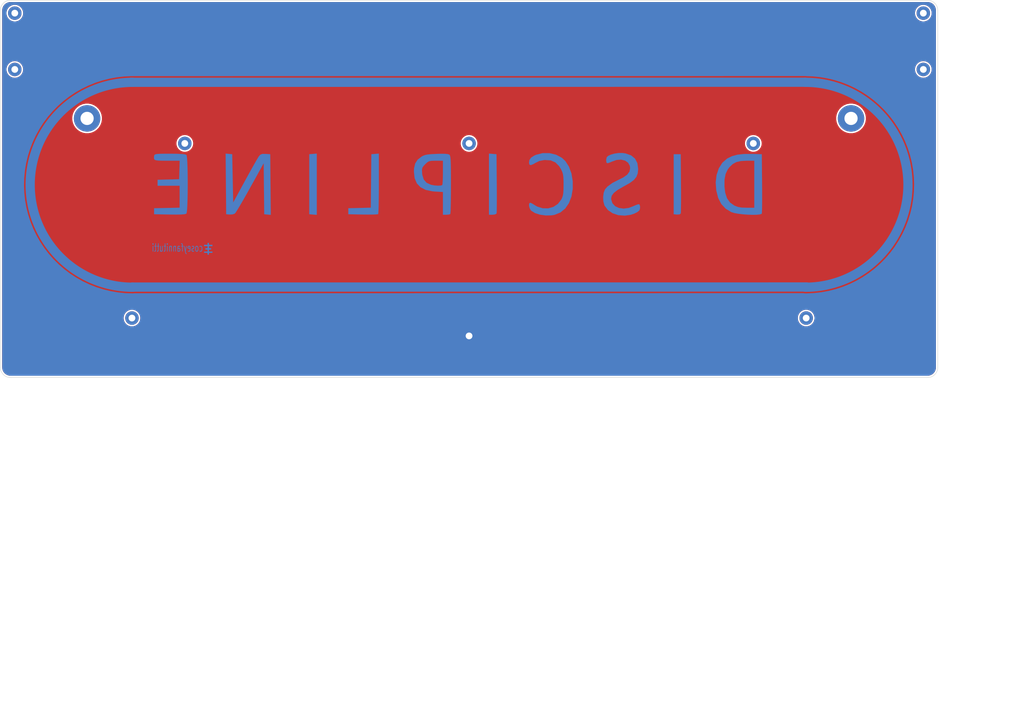
<source format=kicad_pcb>
(kicad_pcb (version 20171130) (host pcbnew "(5.1.4)-1")

  (general
    (thickness 1.6)
    (drawings 13)
    (tracks 0)
    (zones 0)
    (modules 15)
    (nets 2)
  )

  (page A3)
  (layers
    (0 F.Cu signal)
    (31 B.Cu signal)
    (32 B.Adhes user)
    (33 F.Adhes user)
    (34 B.Paste user)
    (35 F.Paste user)
    (36 B.SilkS user)
    (37 F.SilkS user)
    (38 B.Mask user)
    (39 F.Mask user)
    (40 Dwgs.User user)
    (41 Cmts.User user)
    (42 Eco1.User user)
    (43 Eco2.User user)
    (44 Edge.Cuts user)
    (45 Margin user)
    (46 B.CrtYd user)
    (47 F.CrtYd user)
    (48 B.Fab user hide)
    (49 F.Fab user hide)
  )

  (setup
    (last_trace_width 0.25)
    (trace_clearance 0.2)
    (zone_clearance 0.508)
    (zone_45_only no)
    (trace_min 0.2)
    (via_size 0.8)
    (via_drill 0.4)
    (via_min_size 0.4)
    (via_min_drill 0.3)
    (uvia_size 0.3)
    (uvia_drill 0.1)
    (uvias_allowed no)
    (uvia_min_size 0.2)
    (uvia_min_drill 0.1)
    (edge_width 0.15)
    (segment_width 0.2)
    (pcb_text_width 0.3)
    (pcb_text_size 1.5 1.5)
    (mod_edge_width 0.15)
    (mod_text_size 1 1)
    (mod_text_width 0.15)
    (pad_size 1.8 1.8)
    (pad_drill 0.9)
    (pad_to_mask_clearance 0.051)
    (solder_mask_min_width 0.25)
    (aux_axis_origin 0 0)
    (visible_elements 7FFFF7FF)
    (pcbplotparams
      (layerselection 0x010fc_ffffffff)
      (usegerberextensions false)
      (usegerberattributes false)
      (usegerberadvancedattributes false)
      (creategerberjobfile false)
      (excludeedgelayer true)
      (linewidth 0.100000)
      (plotframeref false)
      (viasonmask false)
      (mode 1)
      (useauxorigin false)
      (hpglpennumber 1)
      (hpglpenspeed 20)
      (hpglpendiameter 15.000000)
      (psnegative false)
      (psa4output false)
      (plotreference true)
      (plotvalue true)
      (plotinvisibletext false)
      (padsonsilk false)
      (subtractmaskfromsilk false)
      (outputformat 1)
      (mirror false)
      (drillshape 0)
      (scaleselection 1)
      (outputdirectory "../bcopping_bottom_gerber/"))
  )

  (net 0 "")
  (net 1 GND)

  (net_class Default "This is the default net class."
    (clearance 0.2)
    (trace_width 0.25)
    (via_dia 0.8)
    (via_drill 0.4)
    (uvia_dia 0.3)
    (uvia_drill 0.1)
    (add_net GND)
  )

  (module MountingHole:MountingHole_4.3mm_M4_Pad (layer F.Cu) (tedit 5D2BFD56) (tstamp 5D2C0033)
    (at 337.229903 91.409552)
    (descr "Mounting Hole 4.3mm, M4")
    (tags "mounting hole 4.3mm m4")
    (attr virtual)
    (fp_text reference REF** (at 0 -5.3) (layer Cmts.User)
      (effects (font (size 1 1) (thickness 0.15)))
    )
    (fp_text value MountingHole_4.3mm_M4_Pad (at 0 5.3) (layer F.Fab)
      (effects (font (size 1 1) (thickness 0.15)))
    )
    (fp_text user %R (at 0.3 0) (layer F.Fab)
      (effects (font (size 1 1) (thickness 0.15)))
    )
    (fp_circle (center 0 0) (end 4.3 0) (layer Cmts.User) (width 0.15))
    (fp_circle (center 0 0) (end 4.55 0) (layer F.CrtYd) (width 0.05))
    (pad 1 thru_hole circle (at 0 0) (size 8.6 8.6) (drill 4.3) (layers *.Cu *.Mask))
  )

  (module logos:DISCIPLINE_LARGE_COPPER (layer B.Cu) (tedit 5D1D5A92) (tstamp 5D1DEACF)
    (at 209.374879 112.669622 180)
    (fp_text reference G*** (at 0 0 180) (layer B.SilkS) hide
      (effects (font (size 1.524 1.524) (thickness 0.3)) (justify mirror))
    )
    (fp_text value LOGO (at 0.75 0 180) (layer B.SilkS) hide
      (effects (font (size 1.524 1.524) (thickness 0.3)) (justify mirror))
    )
    (fp_poly (pts (xy -50.95736 9.815372) (xy -49.729807 9.474783) (xy -48.807294 9.03334) (xy -48.386112 8.586122)
      (xy -48.207906 7.744564) (xy -48.275562 7.00813) (xy -48.472349 6.705408) (xy -48.90782 6.735629)
      (xy -49.67271 7.015071) (xy -50.006587 7.174651) (xy -51.581829 7.73969) (xy -53.068843 7.84629)
      (xy -54.358847 7.532994) (xy -55.343055 6.838348) (xy -55.912683 5.800895) (xy -56.010256 5.047436)
      (xy -55.776965 3.922045) (xy -55.040141 2.932977) (xy -53.74436 2.022313) (xy -52.553264 1.434871)
      (xy -50.286945 0.278407) (xy -48.657955 -0.903281) (xy -47.826408 -1.851626) (xy -47.405505 -2.928694)
      (xy -47.228894 -4.334429) (xy -47.303491 -5.791015) (xy -47.636214 -7.020636) (xy -47.694714 -7.141485)
      (xy -48.785643 -8.57355) (xy -50.317636 -9.617074) (xy -52.18297 -10.234241) (xy -54.273927 -10.38723)
      (xy -56.173077 -10.118086) (xy -57.335977 -9.733832) (xy -58.354837 -9.220129) (xy -58.991176 -8.699046)
      (xy -59.017449 -8.662148) (xy -59.229994 -8.009039) (xy -59.223793 -7.249836) (xy -59.008306 -6.724204)
      (xy -58.962482 -6.688903) (xy -58.51698 -6.715984) (xy -57.735008 -6.999255) (xy -57.299177 -7.20932)
      (xy -55.561938 -7.878519) (xy -53.889749 -8.097646) (xy -52.382191 -7.899456) (xy -51.138843 -7.316699)
      (xy -50.259286 -6.38213) (xy -49.843099 -5.128499) (xy -49.823077 -4.750388) (xy -50.037398 -3.860573)
      (xy -50.715494 -2.971159) (xy -51.910064 -2.033112) (xy -53.673804 -0.997396) (xy -54.092334 -0.777912)
      (xy -55.926999 0.257165) (xy -57.214713 1.224379) (xy -58.037351 2.22543) (xy -58.476784 3.362015)
      (xy -58.614886 4.735831) (xy -58.615384 4.840361) (xy -58.3593 6.706866) (xy -57.594719 8.167745)
      (xy -56.327149 9.217333) (xy -54.562098 9.849965) (xy -53.601982 9.997625) (xy -52.308553 10.006016)
      (xy -50.95736 9.815372)) (layer B.Cu) (width 0.01))
    (fp_poly (pts (xy -27.519953 9.956917) (xy -25.396835 9.416707) (xy -24.811152 9.1498) (xy -23.768591 8.476872)
      (xy -23.247232 7.716106) (xy -23.120512 6.831046) (xy -23.269853 6.199229) (xy -23.746219 6.061398)
      (xy -24.592129 6.415293) (xy -25.092401 6.726233) (xy -26.470611 7.411467) (xy -28.072978 7.714238)
      (xy -28.278807 7.728795) (xy -30.166391 7.600701) (xy -31.697242 6.938789) (xy -32.926043 5.711769)
      (xy -33.521897 4.728836) (xy -33.906744 3.907906) (xy -34.151866 3.130994) (xy -34.287644 2.213713)
      (xy -34.344456 0.971674) (xy -34.353507 -0.3186) (xy -34.333128 -1.955458) (xy -34.255766 -3.116845)
      (xy -34.09434 -3.977889) (xy -33.821767 -4.713713) (xy -33.60768 -5.141621) (xy -32.505667 -6.574091)
      (xy -31.046747 -7.542132) (xy -29.353052 -8.022547) (xy -27.546718 -7.992141) (xy -25.749876 -7.42772)
      (xy -24.732796 -6.827124) (xy -24.01845 -6.388099) (xy -23.500346 -6.18833) (xy -23.477294 -6.18718)
      (xy -23.1701 -6.44419) (xy -23.115976 -7.07058) (xy -23.284491 -7.849385) (xy -23.645215 -8.563644)
      (xy -23.842052 -8.787871) (xy -25.045705 -9.545905) (xy -26.673485 -10.071595) (xy -28.529171 -10.330935)
      (xy -30.416542 -10.289922) (xy -31.470536 -10.109873) (xy -33.340843 -9.345674) (xy -34.896142 -8.056094)
      (xy -36.103313 -6.302868) (xy -36.929236 -4.147735) (xy -37.34079 -1.65243) (xy -37.330999 0.814102)
      (xy -36.916021 3.332649) (xy -36.106964 5.54716) (xy -34.952299 7.352419) (xy -33.826757 8.420666)
      (xy -31.913072 9.444488) (xy -29.751418 9.961375) (xy -27.519953 9.956917)) (layer B.Cu) (width 0.01))
    (fp_poly (pts (xy -92.987598 9.681897) (xy -90.861969 9.441491) (xy -89.100553 8.954512) (xy -87.575163 8.196458)
      (xy -87.50381 8.151647) (xy -85.991571 6.819221) (xy -84.855967 5.027672) (xy -84.12849 2.87019)
      (xy -83.840632 0.43996) (xy -84.02125 -2.153388) (xy -84.642848 -4.627669) (xy -85.654885 -6.605627)
      (xy -87.090678 -8.135578) (xy -88.9 -9.228317) (xy -89.809422 -9.515588) (xy -91.086813 -9.755219)
      (xy -92.594352 -9.940356) (xy -94.19422 -10.064147) (xy -95.748597 -10.119738) (xy -97.119664 -10.100276)
      (xy -98.1696 -9.998908) (xy -98.760587 -9.808781) (xy -98.83267 -9.722221) (xy -98.873917 -9.291818)
      (xy -98.905709 -8.296373) (xy -98.927299 -6.822069) (xy -98.937937 -4.955087) (xy -98.936875 -2.781611)
      (xy -98.923364 -0.387822) (xy -98.918582 0.166784) (xy -98.851455 7.489743) (xy -96.389743 7.489743)
      (xy -96.389743 -7.815385) (xy -93.853615 -7.815385) (xy -92.285565 -7.761405) (xy -91.113982 -7.569077)
      (xy -90.090689 -7.192817) (xy -89.864512 -7.082693) (xy -88.489147 -6.108109) (xy -87.520944 -4.745072)
      (xy -86.926214 -2.929012) (xy -86.690183 -0.99868) (xy -86.701965 1.309567) (xy -87.053419 3.165184)
      (xy -87.77556 4.689041) (xy -88.338743 5.425858) (xy -89.402825 6.427347) (xy -90.591955 7.063591)
      (xy -92.075169 7.396907) (xy -93.936976 7.489743) (xy -96.389743 7.489743) (xy -98.851455 7.489743)
      (xy -98.832051 9.60641) (xy -95.60563 9.700232) (xy -92.987598 9.681897)) (layer B.Cu) (width 0.01))
    (fp_poly (pts (xy -70.175641 -9.932052) (xy -71.236213 -10.034261) (xy -72.094006 -9.983787) (xy -72.462488 -9.704656)
      (xy -72.502002 -9.278899) (xy -72.532229 -8.287892) (xy -72.55248 -6.817611) (xy -72.562064 -4.954031)
      (xy -72.560293 -2.783128) (xy -72.546477 -0.390878) (xy -72.541659 0.166784) (xy -72.455128 9.60641)
      (xy -70.175641 9.60641) (xy -70.175641 -9.932052)) (layer B.Cu) (width 0.01))
    (fp_poly (pts (xy -10.094871 -10.094872) (xy -11.244835 -10.094872) (xy -12.051626 -9.989629) (xy -12.52649 -9.731517)
      (xy -12.55252 -9.683857) (xy -12.589984 -9.263599) (xy -12.618358 -8.277845) (xy -12.637024 -6.812326)
      (xy -12.645361 -4.952773) (xy -12.64275 -2.784919) (xy -12.628572 -0.394493) (xy -12.62371 0.166784)
      (xy -12.537179 9.60641) (xy -11.316025 9.707478) (xy -10.094871 9.808545) (xy -10.094871 -10.094872)) (layer B.Cu) (width 0.01))
    (fp_poly (pts (xy 6.944089 9.710031) (xy 8.641153 9.627201) (xy 9.843539 9.5124) (xy 10.707845 9.336891)
      (xy 11.390665 9.071936) (xy 11.860979 8.807708) (xy 13.123628 7.810159) (xy 13.901734 6.610652)
      (xy 14.268526 5.06337) (xy 14.321631 3.907692) (xy 14.085145 1.79771) (xy 13.375522 0.117854)
      (xy 12.178851 -1.144894) (xy 10.481219 -2.003555) (xy 8.268715 -2.471146) (xy 7.43009 -2.541454)
      (xy 4.884616 -2.688809) (xy 4.884616 -10.094872) (xy 3.799146 -10.094872) (xy 2.994514 -10.035296)
      (xy 2.511287 -9.890598) (xy 2.496582 -9.877778) (xy 2.440903 -9.50844) (xy 2.390506 -8.571729)
      (xy 2.347296 -7.151546) (xy 2.313175 -5.331792) (xy 2.290048 -3.196366) (xy 2.279819 -0.82917)
      (xy 2.279488 -0.311241) (xy 2.283846 2.461686) (xy 2.29925 4.652927) (xy 2.32919 6.332035)
      (xy 2.374099 7.489743) (xy 4.884616 7.489743) (xy 4.884616 3.636324) (xy 4.90198 2.112993)
      (xy 4.949223 0.835474) (xy 5.01907 -0.059816) (xy 5.10171 -0.434188) (xy 5.620376 -0.603208)
      (xy 6.552352 -0.639189) (xy 7.674808 -0.548722) (xy 8.764915 -0.338397) (xy 8.816489 -0.324321)
      (xy 10.202246 0.315937) (xy 11.113681 1.362647) (xy 11.590687 2.868294) (xy 11.654398 3.40956)
      (xy 11.710023 4.474986) (xy 11.5919 5.16847) (xy 11.206606 5.76438) (xy 10.655628 6.342834)
      (xy 10.013494 6.944688) (xy 9.452181 7.287998) (xy 8.753635 7.445065) (xy 7.699805 7.488188)
      (xy 7.196667 7.489743) (xy 4.884616 7.489743) (xy 2.374099 7.489743) (xy 2.377157 7.568563)
      (xy 2.446644 8.432063) (xy 2.541142 8.992087) (xy 2.664142 9.318188) (xy 2.769221 9.444645)
      (xy 3.249271 9.634828) (xy 4.169178 9.734377) (xy 5.605744 9.748175) (xy 6.944089 9.710031)) (layer B.Cu) (width 0.01))
    (fp_poly (pts (xy 26.946795 9.707478) (xy 28.167949 9.60641) (xy 28.341367 -7.794154) (xy 35.657693 -7.978206)
      (xy 35.657693 -9.932052) (xy 30.917108 -10.021809) (xy 29.221399 -10.038911) (xy 27.762152 -10.025277)
      (xy 26.660906 -9.984227) (xy 26.039202 -9.919083) (xy 25.951082 -9.886125) (xy 25.894372 -9.515486)
      (xy 25.842891 -8.575791) (xy 25.798501 -7.149257) (xy 25.763063 -5.318102) (xy 25.738438 -3.164543)
      (xy 25.726487 -0.770797) (xy 25.725641 0.073931) (xy 25.725641 9.808545) (xy 26.946795 9.707478)) (layer B.Cu) (width 0.01))
    (fp_poly (pts (xy 47.136539 9.707478) (xy 48.357693 9.60641) (xy 48.357693 -9.932052) (xy 47.136539 -10.033119)
      (xy 45.915385 -10.134187) (xy 45.915385 9.808545) (xy 47.136539 9.707478)) (layer B.Cu) (width 0.01))
    (fp_poly (pts (xy 75.472114 -0.06042) (xy 75.385898 -9.932052) (xy 74.246154 -10.027955) (xy 73.312991 -9.977909)
      (xy 72.593592 -9.726278) (xy 72.560498 -9.702314) (xy 72.264644 -9.315274) (xy 71.703081 -8.434047)
      (xy 70.921727 -7.136335) (xy 69.9665 -5.49984) (xy 68.883317 -3.602263) (xy 67.718098 -1.521307)
      (xy 67.600222 -1.308628) (xy 63.185859 6.663514) (xy 63.011539 -9.932052) (xy 61.948399 -10.034453)
      (xy 60.88526 -10.136853) (xy 60.971476 -0.265222) (xy 61.057693 9.60641) (xy 62.56799 9.704172)
      (xy 63.573307 9.70975) (xy 64.195474 9.504873) (xy 64.684657 9.013212) (xy 65.005327 8.514598)
      (xy 65.585188 7.531257) (xy 66.374073 6.151583) (xy 67.321816 4.463967) (xy 68.378253 2.556803)
      (xy 69.198718 1.059389) (xy 73.106411 -6.105712) (xy 73.269231 1.750349) (xy 73.432052 9.60641)
      (xy 74.495191 9.708811) (xy 75.558331 9.811212) (xy 75.472114 -0.06042)) (layer B.Cu) (width 0.01))
    (fp_poly (pts (xy 95.57048 9.763321) (xy 96.92399 9.737821) (xy 97.82475 9.681068) (xy 98.372004 9.581402)
      (xy 98.664994 9.427162) (xy 98.802961 9.206687) (xy 98.817491 9.163824) (xy 98.881461 8.375376)
      (xy 98.804596 8.02408) (xy 98.631993 7.797398) (xy 98.248297 7.644102) (xy 97.5463 7.550723)
      (xy 96.418799 7.503794) (xy 94.758589 7.489843) (xy 94.551658 7.489743) (xy 90.503766 7.489743)
      (xy 90.597396 4.477564) (xy 90.691026 1.465384) (xy 97.692308 1.28053) (xy 97.692308 -0.651282)
      (xy 90.528205 -0.651282) (xy 90.528205 -7.795927) (xy 94.680129 -7.887066) (xy 98.832052 -7.978206)
      (xy 98.832052 -9.932052) (xy 93.776232 -10.02136) (xy 91.627205 -10.041561) (xy 90.064923 -10.012754)
      (xy 89.026434 -9.931369) (xy 88.448787 -9.793837) (xy 88.321745 -9.712001) (xy 88.198389 -9.26989)
      (xy 88.095928 -8.27967) (xy 88.014405 -6.844145) (xy 87.953861 -5.06612) (xy 87.914339 -3.048399)
      (xy 87.895881 -0.893786) (xy 87.898531 1.294915) (xy 87.922331 3.414899) (xy 87.967323 5.363362)
      (xy 88.03355 7.037501) (xy 88.121054 8.334509) (xy 88.229878 9.151585) (xy 88.313847 9.378461)
      (xy 88.775208 9.551893) (xy 89.781561 9.673147) (xy 91.367382 9.744743) (xy 93.567151 9.769197)
      (xy 93.664979 9.76923) (xy 95.57048 9.763321)) (layer B.Cu) (width 0.01))
    (fp_arc (start -113.02 -0.34) (end -113.02 33.01) (angle 180) (layer B.Cu) (width 3))
    (fp_arc (start 105.79 -0.34) (end 105.79 -33.69) (angle 180) (layer B.Cu) (width 3))
    (fp_line (start -112.95 33.04) (end 106.37 33.01) (layer B.Cu) (width 3))
    (fp_line (start -113.4 -33.61) (end 105.92 -33.64) (layer B.Cu) (width 3))
  )

  (module MountingHole:MountingHole_2.2mm_M2_Pad (layer F.Cu) (tedit 5D1D6293) (tstamp 5CE4673E)
    (at 212.989879 162.20574)
    (descr "Mounting Hole 2.2mm, M2")
    (tags "mounting hole 2.2mm m2")
    (path /5D1D6221)
    (zone_connect 2)
    (attr virtual)
    (fp_text reference H1 (at 0 -3.2) (layer Cmts.User)
      (effects (font (size 1 1) (thickness 0.15)))
    )
    (fp_text value MountingHole_Pad (at 0 3.2) (layer F.Fab)
      (effects (font (size 1 1) (thickness 0.15)))
    )
    (fp_circle (center 0 0) (end 2.45 0) (layer F.CrtYd) (width 0.05))
    (fp_circle (center 0 0) (end 2.2 0) (layer Cmts.User) (width 0.15))
    (fp_text user %R (at 0.3 0) (layer F.Fab)
      (effects (font (size 1 1) (thickness 0.15)))
    )
    (pad 1 thru_hole circle (at 0 0) (size 4.4 4.4) (drill 2.2) (layers *.Cu *.Mask)
      (net 1 GND) (zone_connect 2))
  )

  (module MountingHole:MountingHole_2.2mm_M2_Pad (layer F.Cu) (tedit 5CDB4E01) (tstamp 5CDAF84F)
    (at 212.989879 99.550624)
    (descr "Mounting Hole 2.2mm, M2")
    (tags "mounting hole 2.2mm m2")
    (attr virtual)
    (fp_text reference REF** (at 0 -3.2) (layer Cmts.User)
      (effects (font (size 1 1) (thickness 0.15)))
    )
    (fp_text value MountingHole_2.2mm_M2_Pad (at 0 3.2) (layer F.Fab)
      (effects (font (size 1 1) (thickness 0.15)))
    )
    (fp_circle (center 0 0) (end 2.45 0) (layer F.CrtYd) (width 0.05))
    (fp_circle (center 0 0) (end 2.2 0) (layer Cmts.User) (width 0.15))
    (fp_text user %R (at 0.3 0) (layer F.Fab)
      (effects (font (size 1 1) (thickness 0.15)))
    )
    (pad 1 thru_hole circle (at 0 0) (size 4.4 4.4) (drill 2.2) (layers *.Cu *.Mask))
  )

  (module MountingHole:MountingHole_2.2mm_M2_Pad (layer F.Cu) (tedit 5CDB4E15) (tstamp 5CDAF7F1)
    (at 305.448502 99.550624)
    (descr "Mounting Hole 2.2mm, M2")
    (tags "mounting hole 2.2mm m2")
    (attr virtual)
    (fp_text reference REF** (at 0 -3.2) (layer Cmts.User)
      (effects (font (size 1 1) (thickness 0.15)))
    )
    (fp_text value MountingHole_2.2mm_M2_Pad (at 0 3.2) (layer F.Fab)
      (effects (font (size 1 1) (thickness 0.15)))
    )
    (fp_text user %R (at 0.3 0) (layer F.Fab)
      (effects (font (size 1 1) (thickness 0.15)))
    )
    (fp_circle (center 0 0) (end 2.2 0) (layer Cmts.User) (width 0.15))
    (fp_circle (center 0 0) (end 2.45 0) (layer F.CrtYd) (width 0.05))
    (pad 1 thru_hole circle (at 0 0) (size 4.4 4.4) (drill 2.2) (layers *.Cu *.Mask))
  )

  (module MountingHole:MountingHole_2.2mm_M2_Pad (layer F.Cu) (tedit 5CDB4DEE) (tstamp 5CDAF77A)
    (at 120.531257 99.550624)
    (descr "Mounting Hole 2.2mm, M2")
    (tags "mounting hole 2.2mm m2")
    (attr virtual)
    (fp_text reference REF** (at 0 -3.2) (layer Cmts.User)
      (effects (font (size 1 1) (thickness 0.15)))
    )
    (fp_text value MountingHole_2.2mm_M2_Pad (at 0 3.2) (layer F.Fab)
      (effects (font (size 1 1) (thickness 0.15)))
    )
    (fp_circle (center 0 0) (end 2.45 0) (layer F.CrtYd) (width 0.05))
    (fp_circle (center 0 0) (end 2.2 0) (layer Cmts.User) (width 0.15))
    (fp_text user %R (at 0.3 0) (layer F.Fab)
      (effects (font (size 1 1) (thickness 0.15)))
    )
    (pad 1 thru_hole circle (at 0 0) (size 4.4 4.4) (drill 2.2) (layers *.Cu *.Mask))
  )

  (module MountingHole:MountingHole_2.2mm_M2_Pad (layer F.Cu) (tedit 5CDB4E19) (tstamp 5CDAF07E)
    (at 322.637337 156.39459)
    (descr "Mounting Hole 2.2mm, M2")
    (tags "mounting hole 2.2mm m2")
    (attr virtual)
    (fp_text reference REF** (at 0 -3.2) (layer Cmts.User)
      (effects (font (size 1 1) (thickness 0.15)))
    )
    (fp_text value MountingHole_2.2mm_M2_Pad (at 0 3.2) (layer F.Fab)
      (effects (font (size 1 1) (thickness 0.15)))
    )
    (fp_circle (center 0 0) (end 2.45 0) (layer F.CrtYd) (width 0.05))
    (fp_circle (center 0 0) (end 2.2 0) (layer Cmts.User) (width 0.15))
    (fp_text user %R (at 0.3 0) (layer F.Fab)
      (effects (font (size 1 1) (thickness 0.15)))
    )
    (pad 1 thru_hole circle (at 0 0) (size 4.4 4.4) (drill 2.2) (layers *.Cu *.Mask))
  )

  (module MountingHole:MountingHole_2.2mm_M2_Pad (layer F.Cu) (tedit 5CDB4DF3) (tstamp 5CDAF070)
    (at 103.342422 156.39459)
    (descr "Mounting Hole 2.2mm, M2")
    (tags "mounting hole 2.2mm m2")
    (attr virtual)
    (fp_text reference REF** (at 0 -3.2) (layer Cmts.User)
      (effects (font (size 1 1) (thickness 0.15)))
    )
    (fp_text value MountingHole_2.2mm_M2_Pad (at 0 3.2) (layer F.Fab)
      (effects (font (size 1 1) (thickness 0.15)))
    )
    (fp_text user %R (at 0.3 0) (layer F.Fab)
      (effects (font (size 1 1) (thickness 0.15)))
    )
    (fp_circle (center 0 0) (end 2.2 0) (layer Cmts.User) (width 0.15))
    (fp_circle (center 0 0) (end 2.45 0) (layer F.CrtYd) (width 0.05))
    (pad 1 thru_hole circle (at 0 0) (size 4.4 4.4) (drill 2.2) (layers *.Cu *.Mask))
  )

  (module MountingHole:MountingHole_2.2mm_M2_Pad (layer F.Cu) (tedit 5CDB4E0D) (tstamp 5CDAEF92)
    (at 360.747255 75.468873)
    (descr "Mounting Hole 2.2mm, M2")
    (tags "mounting hole 2.2mm m2")
    (attr virtual)
    (fp_text reference REF** (at 0 -3.2) (layer Cmts.User)
      (effects (font (size 1 1) (thickness 0.15)))
    )
    (fp_text value MountingHole_2.2mm_M2_Pad (at 0 3.2) (layer F.Fab)
      (effects (font (size 1 1) (thickness 0.15)))
    )
    (fp_text user %R (at 0.3 0) (layer F.Fab)
      (effects (font (size 1 1) (thickness 0.15)))
    )
    (fp_circle (center 0 0) (end 2.2 0) (layer Cmts.User) (width 0.15))
    (fp_circle (center 0 0) (end 2.45 0) (layer F.CrtYd) (width 0.05))
    (pad 1 thru_hole circle (at 0 0) (size 4.4 4.4) (drill 2.2) (layers *.Cu *.Mask))
  )

  (module MountingHole:MountingHole_2.2mm_M2_Pad (layer F.Cu) (tedit 5CDB4E08) (tstamp 5CDAEF40)
    (at 360.747255 57.14716)
    (descr "Mounting Hole 2.2mm, M2")
    (tags "mounting hole 2.2mm m2")
    (attr virtual)
    (fp_text reference REF** (at 0 -3.2) (layer Cmts.User)
      (effects (font (size 1 1) (thickness 0.15)))
    )
    (fp_text value MountingHole_2.2mm_M2_Pad (at 0 3.2) (layer F.Fab)
      (effects (font (size 1 1) (thickness 0.15)))
    )
    (fp_circle (center 0 0) (end 2.45 0) (layer F.CrtYd) (width 0.05))
    (fp_circle (center 0 0) (end 2.2 0) (layer Cmts.User) (width 0.15))
    (fp_text user %R (at 0.3 0) (layer F.Fab)
      (effects (font (size 1 1) (thickness 0.15)))
    )
    (pad 1 thru_hole circle (at 0 0) (size 4.4 4.4) (drill 2.2) (layers *.Cu *.Mask))
  )

  (module MountingHole:MountingHole_2.2mm_M2_Pad (layer F.Cu) (tedit 5CFB723C) (tstamp 5CDAE1E4)
    (at 65.232504 57.14716)
    (descr "Mounting Hole 2.2mm, M2")
    (tags "mounting hole 2.2mm m2")
    (attr virtual)
    (fp_text reference REF** (at 0 -3.2) (layer Cmts.User)
      (effects (font (size 1 1) (thickness 0.15)))
    )
    (fp_text value MountingHole_2.2mm_M2_Pad (at 0 3.2) (layer F.Fab)
      (effects (font (size 1 1) (thickness 0.15)))
    )
    (fp_text user %R (at 0.3 0) (layer F.Fab)
      (effects (font (size 1 1) (thickness 0.15)))
    )
    (fp_circle (center 0 0) (end 2.2 0) (layer Cmts.User) (width 0.15))
    (fp_circle (center 0 0) (end 2.45 0) (layer F.CrtYd) (width 0.05))
    (pad 1 thru_hole circle (at 0 0) (size 4.4 4.4) (drill 2.2) (layers *.Cu *.Mask))
  )

  (module MountingHole:MountingHole_2.2mm_M2_Pad (layer F.Cu) (tedit 5CFB748D) (tstamp 5CDAE1D6)
    (at 65.232504 75.468873)
    (descr "Mounting Hole 2.2mm, M2")
    (tags "mounting hole 2.2mm m2")
    (attr virtual)
    (fp_text reference REF** (at 0 -3.2) (layer Cmts.User)
      (effects (font (size 1 1) (thickness 0.15)))
    )
    (fp_text value MountingHole_2.2mm_M2_Pad (at 0 3.2) (layer F.Fab)
      (effects (font (size 1 1) (thickness 0.15)))
    )
    (fp_circle (center 0 0) (end 2.45 0) (layer F.CrtYd) (width 0.05))
    (fp_circle (center 0 0) (end 2.2 0) (layer Cmts.User) (width 0.15))
    (fp_text user %R (at 0.3 0) (layer F.Fab)
      (effects (font (size 1 1) (thickness 0.15)))
    )
    (pad 1 thru_hole circle (at 0 0) (size 4.4 4.4) (drill 2.2) (layers *.Cu *.Mask))
  )

  (module "logos:TOPY 4MM COPPER" (layer B.Cu) (tedit 5CDE2DB2) (tstamp 5D1E7ACF)
    (at 128.155352 133.842202)
    (fp_text reference G*** (at 0 0) (layer B.SilkS) hide
      (effects (font (size 1.524 1.524) (thickness 0.3)) (justify mirror))
    )
    (fp_text value LOGO (at 0.75 0) (layer B.SilkS) hide
      (effects (font (size 1.524 1.524) (thickness 0.3)) (justify mirror))
    )
    (fp_poly (pts (xy 0.220134 1.320919) (xy 0.789517 1.318742) (xy 1.3589 1.316566) (xy 1.3589 0.910166)
      (xy 0.220134 0.905814) (xy 0.220134 0.245533) (xy 0.939801 0.245533) (xy 0.939801 -0.186267)
      (xy 0.220134 -0.186267) (xy 0.220134 -0.863481) (xy 0.789517 -0.865658) (xy 1.3589 -0.867834)
      (xy 1.361163 -1.081617) (xy 1.363425 -1.2954) (xy 0.220134 -1.2954) (xy 0.220134 -1.913467)
      (xy -0.220133 -1.913467) (xy -0.220133 -1.2954) (xy -1.354666 -1.2954) (xy -1.354666 -0.863601)
      (xy -0.220133 -0.863601) (xy -0.220133 -0.186267) (xy -0.931333 -0.186267) (xy -0.931333 0.245533)
      (xy -0.220133 0.245533) (xy -0.220133 0.905933) (xy -1.354666 0.905933) (xy -1.354666 1.320799)
      (xy -0.220352 1.320799) (xy -0.2159 1.909233) (xy 0.002117 1.911492) (xy 0.220134 1.913752)
      (xy 0.220134 1.320919)) (layer B.Cu) (width 0.01))
  )

  (module "logos:TOPY 4MM MASK" (layer B.Cu) (tedit 0) (tstamp 5D1E7AE0)
    (at 128.155352 133.842202)
    (fp_text reference G*** (at 0 0) (layer B.SilkS) hide
      (effects (font (size 1.524 1.524) (thickness 0.3)) (justify mirror))
    )
    (fp_text value LOGO (at 0.75 0) (layer B.SilkS) hide
      (effects (font (size 1.524 1.524) (thickness 0.3)) (justify mirror))
    )
    (fp_poly (pts (xy 0.220134 1.320919) (xy 0.789517 1.318742) (xy 1.3589 1.316566) (xy 1.3589 0.910166)
      (xy 0.220134 0.905814) (xy 0.220134 0.245533) (xy 0.939801 0.245533) (xy 0.939801 -0.186267)
      (xy 0.220134 -0.186267) (xy 0.220134 -0.863481) (xy 0.789517 -0.865658) (xy 1.3589 -0.867834)
      (xy 1.361163 -1.081617) (xy 1.363425 -1.2954) (xy 0.220134 -1.2954) (xy 0.220134 -1.913467)
      (xy -0.220133 -1.913467) (xy -0.220133 -1.2954) (xy -1.354666 -1.2954) (xy -1.354666 -0.863601)
      (xy -0.220133 -0.863601) (xy -0.220133 -0.186267) (xy -0.931333 -0.186267) (xy -0.931333 0.245533)
      (xy -0.220133 0.245533) (xy -0.220133 0.905933) (xy -1.354666 0.905933) (xy -1.354666 1.320799)
      (xy -0.220352 1.320799) (xy -0.2159 1.909233) (xy 0.002117 1.911492) (xy 0.220134 1.913752)
      (xy 0.220134 1.320919)) (layer B.Mask) (width 0.01))
  )

  (module MountingHole:MountingHole_4.3mm_M4_Pad (layer F.Cu) (tedit 5D2BFD4F) (tstamp 5D2C0022)
    (at 88.749856 91.409552)
    (descr "Mounting Hole 4.3mm, M4")
    (tags "mounting hole 4.3mm m4")
    (attr virtual)
    (fp_text reference REF** (at 0 -5.3) (layer Cmts.User)
      (effects (font (size 1 1) (thickness 0.15)))
    )
    (fp_text value MountingHole_4.3mm_M4_Pad (at 0 5.3) (layer F.Fab)
      (effects (font (size 1 1) (thickness 0.15)))
    )
    (fp_circle (center 0 0) (end 4.55 0) (layer F.CrtYd) (width 0.05))
    (fp_circle (center 0 0) (end 4.3 0) (layer Cmts.User) (width 0.15))
    (fp_text user %R (at 0.3 0) (layer F.Fab)
      (effects (font (size 1 1) (thickness 0.15)))
    )
    (pad 1 thru_hole circle (at 0 0) (size 8.6 8.6) (drill 4.3) (layers *.Cu *.Mask))
  )

  (gr_text coseyfannitutti (at 118.1115 133.50974) (layer B.Mask) (tstamp 5D1E7AE5)
    (effects (font (size 2.5 1.5) (thickness 0.2)) (justify mirror))
  )
  (gr_text coseyfannitutti (at 118.1115 133.50974) (layer B.Cu)
    (effects (font (size 2.5 1.5) (thickness 0.2)) (justify mirror))
  )
  (gr_text 7/2/2019 (at 335.646636 280.020494) (layer Cmts.User)
    (effects (font (size 1.5 1.5) (thickness 0.3)))
  )
  (gr_text 1 (at 392.497638 280.037992) (layer Cmts.User)
    (effects (font (size 1.5 1.5) (thickness 0.3)))
  )
  (gr_text "DISCIPLINE - 65% keyboard made with only through hole components" (at 341.980912 260.755196) (layer Cmts.User)
    (effects (font (size 1.5 1.5) (thickness 0.3)))
  )
  (gr_line (start 362.129784 175.749849) (end 63.852975 175.749849) (layer Edge.Cuts) (width 0.15))
  (gr_line (start 365.436843 56.249439) (end 365.436843 172.44279) (layer Edge.Cuts) (width 0.15))
  (gr_line (start 63.849975 52.94238) (end 362.129784 52.94238) (layer Edge.Cuts) (width 0.15))
  (gr_line (start 60.542916 172.445789) (end 60.542916 56.249439) (layer Edge.Cuts) (width 0.15))
  (gr_arc (start 362.129784 56.249439) (end 365.436843 56.249439) (angle -90) (layer Edge.Cuts) (width 0.15) (tstamp 5CEDC3AF))
  (gr_arc (start 362.129784 172.44279) (end 362.129784 175.749849) (angle -90) (layer Edge.Cuts) (width 0.15) (tstamp 5CEDC3AD))
  (gr_arc (start 63.849975 172.442789) (end 60.542916 172.445789) (angle -90) (layer Edge.Cuts) (width 0.15) (tstamp 5CEDC3AB))
  (gr_arc (start 63.849975 56.249439) (end 63.849975 52.94238) (angle -90) (layer Edge.Cuts) (width 0.15))

  (zone (net 1) (net_name GND) (layer F.Cu) (tstamp 0) (hatch edge 0.508)
    (connect_pads (clearance 0.508))
    (min_thickness 0.254)
    (fill yes (arc_segments 16) (thermal_gap 0.508) (thermal_bridge_width 0.508))
    (polygon
      (pts
        (xy 60.525582 52.93145) (xy 365.44573 53.036438) (xy 365.428232 175.76741) (xy 60.438092 175.732414)
      )
    )
    (filled_polygon
      (pts
        (xy 362.633557 53.705179) (xy 363.118151 53.851488) (xy 363.565092 54.089129) (xy 363.957361 54.409057) (xy 364.280023 54.79909)
        (xy 364.520777 55.244355) (xy 364.670463 55.72791) (xy 364.726843 56.264336) (xy 364.726844 172.408051) (xy 364.674044 172.946563)
        (xy 364.527735 173.431157) (xy 364.290095 173.878095) (xy 363.970165 174.270368) (xy 363.580136 174.593028) (xy 363.13487 174.833783)
        (xy 362.651311 174.983469) (xy 362.114887 175.039849) (xy 63.887388 175.039849) (xy 63.348507 174.987505) (xy 62.863784 174.841637)
        (xy 62.416628 174.604401) (xy 62.024067 174.284828) (xy 61.701053 173.895092) (xy 61.459893 173.450041) (xy 61.309768 172.96662)
        (xy 61.252916 172.430382) (xy 61.252916 156.115367) (xy 100.507422 156.115367) (xy 100.507422 156.673813) (xy 100.61637 157.221529)
        (xy 100.830078 157.737466) (xy 101.140334 158.201797) (xy 101.535215 158.596678) (xy 101.999546 158.906934) (xy 102.515483 159.120642)
        (xy 103.063199 159.22959) (xy 103.621645 159.22959) (xy 104.169361 159.120642) (xy 104.685298 158.906934) (xy 105.149629 158.596678)
        (xy 105.54451 158.201797) (xy 105.854766 157.737466) (xy 106.068474 157.221529) (xy 106.177422 156.673813) (xy 106.177422 156.115367)
        (xy 319.802337 156.115367) (xy 319.802337 156.673813) (xy 319.911285 157.221529) (xy 320.124993 157.737466) (xy 320.435249 158.201797)
        (xy 320.83013 158.596678) (xy 321.294461 158.906934) (xy 321.810398 159.120642) (xy 322.358114 159.22959) (xy 322.91656 159.22959)
        (xy 323.464276 159.120642) (xy 323.980213 158.906934) (xy 324.444544 158.596678) (xy 324.839425 158.201797) (xy 325.149681 157.737466)
        (xy 325.363389 157.221529) (xy 325.472337 156.673813) (xy 325.472337 156.115367) (xy 325.363389 155.567651) (xy 325.149681 155.051714)
        (xy 324.839425 154.587383) (xy 324.444544 154.192502) (xy 323.980213 153.882246) (xy 323.464276 153.668538) (xy 322.91656 153.55959)
        (xy 322.358114 153.55959) (xy 321.810398 153.668538) (xy 321.294461 153.882246) (xy 320.83013 154.192502) (xy 320.435249 154.587383)
        (xy 320.124993 155.051714) (xy 319.911285 155.567651) (xy 319.802337 156.115367) (xy 106.177422 156.115367) (xy 106.068474 155.567651)
        (xy 105.854766 155.051714) (xy 105.54451 154.587383) (xy 105.149629 154.192502) (xy 104.685298 153.882246) (xy 104.169361 153.668538)
        (xy 103.621645 153.55959) (xy 103.063199 153.55959) (xy 102.515483 153.668538) (xy 101.999546 153.882246) (xy 101.535215 154.192502)
        (xy 101.140334 154.587383) (xy 100.830078 155.051714) (xy 100.61637 155.567651) (xy 100.507422 156.115367) (xy 61.252916 156.115367)
        (xy 61.252916 99.271401) (xy 117.696257 99.271401) (xy 117.696257 99.829847) (xy 117.805205 100.377563) (xy 118.018913 100.8935)
        (xy 118.329169 101.357831) (xy 118.72405 101.752712) (xy 119.188381 102.062968) (xy 119.704318 102.276676) (xy 120.252034 102.385624)
        (xy 120.81048 102.385624) (xy 121.358196 102.276676) (xy 121.874133 102.062968) (xy 122.338464 101.752712) (xy 122.733345 101.357831)
        (xy 123.043601 100.8935) (xy 123.257309 100.377563) (xy 123.366257 99.829847) (xy 123.366257 99.271401) (xy 210.154879 99.271401)
        (xy 210.154879 99.829847) (xy 210.263827 100.377563) (xy 210.477535 100.8935) (xy 210.787791 101.357831) (xy 211.182672 101.752712)
        (xy 211.647003 102.062968) (xy 212.16294 102.276676) (xy 212.710656 102.385624) (xy 213.269102 102.385624) (xy 213.816818 102.276676)
        (xy 214.332755 102.062968) (xy 214.797086 101.752712) (xy 215.191967 101.357831) (xy 215.502223 100.8935) (xy 215.715931 100.377563)
        (xy 215.824879 99.829847) (xy 215.824879 99.271401) (xy 302.613502 99.271401) (xy 302.613502 99.829847) (xy 302.72245 100.377563)
        (xy 302.936158 100.8935) (xy 303.246414 101.357831) (xy 303.641295 101.752712) (xy 304.105626 102.062968) (xy 304.621563 102.276676)
        (xy 305.169279 102.385624) (xy 305.727725 102.385624) (xy 306.275441 102.276676) (xy 306.791378 102.062968) (xy 307.255709 101.752712)
        (xy 307.65059 101.357831) (xy 307.960846 100.8935) (xy 308.174554 100.377563) (xy 308.283502 99.829847) (xy 308.283502 99.271401)
        (xy 308.174554 98.723685) (xy 307.960846 98.207748) (xy 307.65059 97.743417) (xy 307.255709 97.348536) (xy 306.791378 97.03828)
        (xy 306.275441 96.824572) (xy 305.727725 96.715624) (xy 305.169279 96.715624) (xy 304.621563 96.824572) (xy 304.105626 97.03828)
        (xy 303.641295 97.348536) (xy 303.246414 97.743417) (xy 302.936158 98.207748) (xy 302.72245 98.723685) (xy 302.613502 99.271401)
        (xy 215.824879 99.271401) (xy 215.715931 98.723685) (xy 215.502223 98.207748) (xy 215.191967 97.743417) (xy 214.797086 97.348536)
        (xy 214.332755 97.03828) (xy 213.816818 96.824572) (xy 213.269102 96.715624) (xy 212.710656 96.715624) (xy 212.16294 96.824572)
        (xy 211.647003 97.03828) (xy 211.182672 97.348536) (xy 210.787791 97.743417) (xy 210.477535 98.207748) (xy 210.263827 98.723685)
        (xy 210.154879 99.271401) (xy 123.366257 99.271401) (xy 123.257309 98.723685) (xy 123.043601 98.207748) (xy 122.733345 97.743417)
        (xy 122.338464 97.348536) (xy 121.874133 97.03828) (xy 121.358196 96.824572) (xy 120.81048 96.715624) (xy 120.252034 96.715624)
        (xy 119.704318 96.824572) (xy 119.188381 97.03828) (xy 118.72405 97.348536) (xy 118.329169 97.743417) (xy 118.018913 98.207748)
        (xy 117.805205 98.723685) (xy 117.696257 99.271401) (xy 61.252916 99.271401) (xy 61.252916 90.923497) (xy 83.814856 90.923497)
        (xy 83.814856 91.895607) (xy 84.004506 92.849038) (xy 84.376516 93.747151) (xy 84.916591 94.555431) (xy 85.603977 95.242817)
        (xy 86.412257 95.782892) (xy 87.31037 96.154902) (xy 88.263801 96.344552) (xy 89.235911 96.344552) (xy 90.189342 96.154902)
        (xy 91.087455 95.782892) (xy 91.895735 95.242817) (xy 92.583121 94.555431) (xy 93.123196 93.747151) (xy 93.495206 92.849038)
        (xy 93.684856 91.895607) (xy 93.684856 90.923497) (xy 332.294903 90.923497) (xy 332.294903 91.895607) (xy 332.484553 92.849038)
        (xy 332.856563 93.747151) (xy 333.396638 94.555431) (xy 334.084024 95.242817) (xy 334.892304 95.782892) (xy 335.790417 96.154902)
        (xy 336.743848 96.344552) (xy 337.715958 96.344552) (xy 338.669389 96.154902) (xy 339.567502 95.782892) (xy 340.375782 95.242817)
        (xy 341.063168 94.555431) (xy 341.603243 93.747151) (xy 341.975253 92.849038) (xy 342.164903 91.895607) (xy 342.164903 90.923497)
        (xy 341.975253 89.970066) (xy 341.603243 89.071953) (xy 341.063168 88.263673) (xy 340.375782 87.576287) (xy 339.567502 87.036212)
        (xy 338.669389 86.664202) (xy 337.715958 86.474552) (xy 336.743848 86.474552) (xy 335.790417 86.664202) (xy 334.892304 87.036212)
        (xy 334.084024 87.576287) (xy 333.396638 88.263673) (xy 332.856563 89.071953) (xy 332.484553 89.970066) (xy 332.294903 90.923497)
        (xy 93.684856 90.923497) (xy 93.495206 89.970066) (xy 93.123196 89.071953) (xy 92.583121 88.263673) (xy 91.895735 87.576287)
        (xy 91.087455 87.036212) (xy 90.189342 86.664202) (xy 89.235911 86.474552) (xy 88.263801 86.474552) (xy 87.31037 86.664202)
        (xy 86.412257 87.036212) (xy 85.603977 87.576287) (xy 84.916591 88.263673) (xy 84.376516 89.071953) (xy 84.004506 89.970066)
        (xy 83.814856 90.923497) (xy 61.252916 90.923497) (xy 61.252916 75.18965) (xy 62.397504 75.18965) (xy 62.397504 75.748096)
        (xy 62.506452 76.295812) (xy 62.72016 76.811749) (xy 63.030416 77.27608) (xy 63.425297 77.670961) (xy 63.889628 77.981217)
        (xy 64.405565 78.194925) (xy 64.953281 78.303873) (xy 65.511727 78.303873) (xy 66.059443 78.194925) (xy 66.57538 77.981217)
        (xy 67.039711 77.670961) (xy 67.434592 77.27608) (xy 67.744848 76.811749) (xy 67.958556 76.295812) (xy 68.067504 75.748096)
        (xy 68.067504 75.18965) (xy 357.912255 75.18965) (xy 357.912255 75.748096) (xy 358.021203 76.295812) (xy 358.234911 76.811749)
        (xy 358.545167 77.27608) (xy 358.940048 77.670961) (xy 359.404379 77.981217) (xy 359.920316 78.194925) (xy 360.468032 78.303873)
        (xy 361.026478 78.303873) (xy 361.574194 78.194925) (xy 362.090131 77.981217) (xy 362.554462 77.670961) (xy 362.949343 77.27608)
        (xy 363.259599 76.811749) (xy 363.473307 76.295812) (xy 363.582255 75.748096) (xy 363.582255 75.18965) (xy 363.473307 74.641934)
        (xy 363.259599 74.125997) (xy 362.949343 73.661666) (xy 362.554462 73.266785) (xy 362.090131 72.956529) (xy 361.574194 72.742821)
        (xy 361.026478 72.633873) (xy 360.468032 72.633873) (xy 359.920316 72.742821) (xy 359.404379 72.956529) (xy 358.940048 73.266785)
        (xy 358.545167 73.661666) (xy 358.234911 74.125997) (xy 358.021203 74.641934) (xy 357.912255 75.18965) (xy 68.067504 75.18965)
        (xy 67.958556 74.641934) (xy 67.744848 74.125997) (xy 67.434592 73.661666) (xy 67.039711 73.266785) (xy 66.57538 72.956529)
        (xy 66.059443 72.742821) (xy 65.511727 72.633873) (xy 64.953281 72.633873) (xy 64.405565 72.742821) (xy 63.889628 72.956529)
        (xy 63.425297 73.266785) (xy 63.030416 73.661666) (xy 62.72016 74.125997) (xy 62.506452 74.641934) (xy 62.397504 75.18965)
        (xy 61.252916 75.18965) (xy 61.252916 56.867937) (xy 62.397504 56.867937) (xy 62.397504 57.426383) (xy 62.506452 57.974099)
        (xy 62.72016 58.490036) (xy 63.030416 58.954367) (xy 63.425297 59.349248) (xy 63.889628 59.659504) (xy 64.405565 59.873212)
        (xy 64.953281 59.98216) (xy 65.511727 59.98216) (xy 66.059443 59.873212) (xy 66.57538 59.659504) (xy 67.039711 59.349248)
        (xy 67.434592 58.954367) (xy 67.744848 58.490036) (xy 67.958556 57.974099) (xy 68.067504 57.426383) (xy 68.067504 56.867937)
        (xy 357.912255 56.867937) (xy 357.912255 57.426383) (xy 358.021203 57.974099) (xy 358.234911 58.490036) (xy 358.545167 58.954367)
        (xy 358.940048 59.349248) (xy 359.404379 59.659504) (xy 359.920316 59.873212) (xy 360.468032 59.98216) (xy 361.026478 59.98216)
        (xy 361.574194 59.873212) (xy 362.090131 59.659504) (xy 362.554462 59.349248) (xy 362.949343 58.954367) (xy 363.259599 58.490036)
        (xy 363.473307 57.974099) (xy 363.582255 57.426383) (xy 363.582255 56.867937) (xy 363.473307 56.320221) (xy 363.259599 55.804284)
        (xy 362.949343 55.339953) (xy 362.554462 54.945072) (xy 362.090131 54.634816) (xy 361.574194 54.421108) (xy 361.026478 54.31216)
        (xy 360.468032 54.31216) (xy 359.920316 54.421108) (xy 359.404379 54.634816) (xy 358.940048 54.945072) (xy 358.545167 55.339953)
        (xy 358.234911 55.804284) (xy 358.021203 56.320221) (xy 357.912255 56.867937) (xy 68.067504 56.867937) (xy 67.958556 56.320221)
        (xy 67.744848 55.804284) (xy 67.434592 55.339953) (xy 67.039711 54.945072) (xy 66.57538 54.634816) (xy 66.059443 54.421108)
        (xy 65.511727 54.31216) (xy 64.953281 54.31216) (xy 64.405565 54.421108) (xy 63.889628 54.634816) (xy 63.425297 54.945072)
        (xy 63.030416 55.339953) (xy 62.72016 55.804284) (xy 62.506452 56.320221) (xy 62.397504 56.867937) (xy 61.252916 56.867937)
        (xy 61.252916 56.284158) (xy 61.305715 55.745666) (xy 61.452024 55.261072) (xy 61.689665 54.814131) (xy 62.009593 54.421862)
        (xy 62.399626 54.0992) (xy 62.844891 53.858446) (xy 63.328446 53.70876) (xy 63.864872 53.65238) (xy 362.095065 53.65238)
      )
    )
  )
  (zone (net 1) (net_name GND) (layer B.Cu) (tstamp 0) (hatch edge 0.508)
    (connect_pads (clearance 0.508))
    (min_thickness 0.254)
    (fill yes (arc_segments 16) (thermal_gap 0.508) (thermal_bridge_width 0.508))
    (polygon
      (pts
        (xy 60.525582 52.93145) (xy 365.44573 53.036438) (xy 365.428232 175.76741) (xy 60.420594 175.732414)
      )
    )
    (filled_polygon
      (pts
        (xy 362.633557 53.705179) (xy 363.118151 53.851488) (xy 363.565092 54.089129) (xy 363.957361 54.409057) (xy 364.280023 54.79909)
        (xy 364.520777 55.244355) (xy 364.670463 55.72791) (xy 364.726843 56.264336) (xy 364.726844 172.408051) (xy 364.674044 172.946563)
        (xy 364.527735 173.431157) (xy 364.290095 173.878095) (xy 363.970165 174.270368) (xy 363.580136 174.593028) (xy 363.13487 174.833783)
        (xy 362.651311 174.983469) (xy 362.114887 175.039849) (xy 63.887388 175.039849) (xy 63.348507 174.987505) (xy 62.863784 174.841637)
        (xy 62.416628 174.604401) (xy 62.024067 174.284828) (xy 61.701053 173.895092) (xy 61.459893 173.450041) (xy 61.309768 172.96662)
        (xy 61.252916 172.430382) (xy 61.252916 156.115367) (xy 100.507422 156.115367) (xy 100.507422 156.673813) (xy 100.61637 157.221529)
        (xy 100.830078 157.737466) (xy 101.140334 158.201797) (xy 101.535215 158.596678) (xy 101.999546 158.906934) (xy 102.515483 159.120642)
        (xy 103.063199 159.22959) (xy 103.621645 159.22959) (xy 104.169361 159.120642) (xy 104.685298 158.906934) (xy 105.149629 158.596678)
        (xy 105.54451 158.201797) (xy 105.854766 157.737466) (xy 106.068474 157.221529) (xy 106.177422 156.673813) (xy 106.177422 156.115367)
        (xy 319.802337 156.115367) (xy 319.802337 156.673813) (xy 319.911285 157.221529) (xy 320.124993 157.737466) (xy 320.435249 158.201797)
        (xy 320.83013 158.596678) (xy 321.294461 158.906934) (xy 321.810398 159.120642) (xy 322.358114 159.22959) (xy 322.91656 159.22959)
        (xy 323.464276 159.120642) (xy 323.980213 158.906934) (xy 324.444544 158.596678) (xy 324.839425 158.201797) (xy 325.149681 157.737466)
        (xy 325.363389 157.221529) (xy 325.472337 156.673813) (xy 325.472337 156.115367) (xy 325.363389 155.567651) (xy 325.149681 155.051714)
        (xy 324.839425 154.587383) (xy 324.444544 154.192502) (xy 323.980213 153.882246) (xy 323.464276 153.668538) (xy 322.91656 153.55959)
        (xy 322.358114 153.55959) (xy 321.810398 153.668538) (xy 321.294461 153.882246) (xy 320.83013 154.192502) (xy 320.435249 154.587383)
        (xy 320.124993 155.051714) (xy 319.911285 155.567651) (xy 319.802337 156.115367) (xy 106.177422 156.115367) (xy 106.068474 155.567651)
        (xy 105.854766 155.051714) (xy 105.54451 154.587383) (xy 105.149629 154.192502) (xy 104.685298 153.882246) (xy 104.169361 153.668538)
        (xy 103.621645 153.55959) (xy 103.063199 153.55959) (xy 102.515483 153.668538) (xy 101.999546 153.882246) (xy 101.535215 154.192502)
        (xy 101.140334 154.587383) (xy 100.830078 155.051714) (xy 100.61637 155.567651) (xy 100.507422 156.115367) (xy 61.252916 156.115367)
        (xy 61.252916 113.122765) (xy 68.101221 113.122765) (xy 68.101543 113.184241) (xy 68.101221 113.245716) (xy 68.101982 113.268061)
        (xy 68.191087 115.535936) (xy 68.195587 115.597222) (xy 68.199449 115.658602) (xy 68.201728 115.680842) (xy 68.444877 117.937404)
        (xy 68.453539 117.998267) (xy 68.461564 118.059218) (xy 68.46535 118.081252) (xy 68.861417 120.316051) (xy 68.874183 120.376108)
        (xy 68.886349 120.436446) (xy 68.891626 120.458172) (xy 69.438774 122.660857) (xy 69.455615 122.719978) (xy 69.471838 122.779278)
        (xy 69.47858 122.800595) (xy 70.174279 124.960965) (xy 70.195089 125.018768) (xy 70.215321 125.076864) (xy 70.223497 125.097673)
        (xy 71.064524 127.205721) (xy 71.089223 127.261986) (xy 71.113353 127.318558) (xy 71.122925 127.338763) (xy 72.105383 129.384728)
        (xy 72.133876 129.43923) (xy 72.161775 129.493984) (xy 72.172699 129.513491) (xy 73.292039 131.487895) (xy 73.324148 131.540292)
        (xy 73.35573 131.593062) (xy 73.367946 131.611765) (xy 73.367956 131.611781) (xy 73.367965 131.611794) (xy 74.618993 133.50548)
        (xy 74.654588 133.555567) (xy 74.68969 133.606072) (xy 74.703161 133.623916) (xy 76.080102 135.428141) (xy 76.119037 135.47571)
        (xy 76.157477 135.523691) (xy 76.17213 135.540577) (xy 77.668597 137.246971) (xy 77.71068 137.291786) (xy 77.752292 137.337038)
        (xy 77.768059 137.352888) (xy 79.377123 138.953548) (xy 79.422134 138.995375) (xy 79.46675 139.037714) (xy 79.483559 139.052455)
        (xy 81.197765 140.539967) (xy 81.245524 140.578641) (xy 81.292909 140.617841) (xy 81.310682 140.631405) (xy 83.122091 141.99888)
        (xy 83.17241 142.034245) (xy 83.222312 142.070103) (xy 83.240942 142.08241) (xy 83.240966 142.082427) (xy 83.240987 142.08244)
        (xy 85.14119 143.323531) (xy 85.193713 143.35534) (xy 85.246022 143.387773) (xy 85.265471 143.398799) (xy 87.245709 144.507786)
        (xy 87.300307 144.535966) (xy 87.354669 144.564749) (xy 87.374823 144.574426) (xy 89.425904 145.546159) (xy 89.482329 145.570576)
        (xy 89.538485 145.595578) (xy 89.559251 145.603863) (xy 91.671674 146.43384) (xy 91.729612 146.454357) (xy 91.787355 146.475488)
        (xy 91.808636 146.482341) (xy 93.97262 147.166719) (xy 94.031818 147.183247) (xy 94.090866 147.200402) (xy 94.112564 147.205792)
        (xy 96.318085 147.741401) (xy 96.378213 147.753853) (xy 96.438348 147.766964) (xy 96.460362 147.770865) (xy 98.697204 148.155224)
        (xy 98.758068 148.163561) (xy 98.818927 148.172548) (xy 98.841156 148.174943) (xy 101.09896 148.406274) (xy 101.160258 148.410453)
        (xy 101.221581 148.415279) (xy 101.243919 148.416157) (xy 101.243921 148.416157) (xy 103.512231 148.493386) (xy 103.657528 148.493386)
        (xy 103.802488 148.483504) (xy 103.94644 148.463784) (xy 104.039358 148.444542) (xy 321.817274 148.414752) (xy 321.95099 148.447967)
        (xy 322.094058 148.473322) (xy 322.238518 148.488889) (xy 322.383703 148.494593) (xy 322.40606 148.494593) (xy 322.755294 148.492764)
        (xy 322.786011 148.491557) (xy 322.816761 148.491557) (xy 322.839101 148.490679) (xy 325.106478 148.389701) (xy 325.167761 148.384878)
        (xy 325.229099 148.380696) (xy 325.251328 148.378301) (xy 327.506586 148.12334) (xy 327.5674 148.11436) (xy 327.628309 148.106016)
        (xy 327.650318 148.102116) (xy 327.650324 148.102115) (xy 327.650329 148.102114) (xy 329.883018 147.694353) (xy 329.943056 147.681262)
        (xy 330.003282 147.66879) (xy 330.02498 147.6634) (xy 332.224769 147.104724) (xy 332.283755 147.087587) (xy 332.343016 147.071041)
        (xy 332.364297 147.064188) (xy 334.520995 146.357186) (xy 334.578689 146.336073) (xy 334.636676 146.315539) (xy 334.657431 146.307258)
        (xy 334.657443 146.307254) (xy 334.657453 146.30725) (xy 336.761058 145.455202) (xy 336.817212 145.430201) (xy 336.873639 145.405782)
        (xy 336.89378 145.39611) (xy 336.893794 145.396104) (xy 336.893805 145.396098) (xy 338.934585 144.402947) (xy 338.988856 144.374213)
        (xy 339.043545 144.345985) (xy 339.062994 144.334959) (xy 341.031511 143.205296) (xy 341.083773 143.172892) (xy 341.136343 143.141054)
        (xy 341.154997 143.128731) (xy 343.04212 141.867796) (xy 343.092003 141.831951) (xy 343.142341 141.796573) (xy 343.160113 141.783009)
        (xy 344.957105 140.39664) (xy 345.004479 140.357449) (xy 345.052249 140.318765) (xy 345.069058 140.304024) (xy 346.767593 138.798642)
        (xy 346.812206 138.756306) (xy 346.857219 138.714477) (xy 346.872987 138.698627) (xy 348.4652 137.081206) (xy 348.506812 137.035954)
        (xy 348.548895 136.991139) (xy 348.563548 136.974253) (xy 350.042064 135.252282) (xy 350.08048 135.204331) (xy 350.11944 135.156731)
        (xy 350.13291 135.138888) (xy 351.490882 133.320342) (xy 351.525939 133.269901) (xy 351.561579 133.219751) (xy 351.573804 133.201032)
        (xy 352.804943 131.294336) (xy 352.836503 131.241604) (xy 352.868636 131.189168) (xy 352.879551 131.169677) (xy 352.87956 131.169662)
        (xy 352.879566 131.169649) (xy 353.978163 129.183643) (xy 354.006048 129.128916) (xy 354.034554 129.074388) (xy 354.044126 129.054183)
        (xy 355.005105 126.998043) (xy 355.029216 126.941516) (xy 355.053935 126.885205) (xy 355.062098 126.864426) (xy 355.062111 126.864396)
        (xy 355.06212 126.86437) (xy 355.881015 124.747656) (xy 355.901224 124.689626) (xy 355.922057 124.631758) (xy 355.928799 124.610441)
        (xy 356.601837 122.442904) (xy 356.618074 122.383553) (xy 356.6349 122.324483) (xy 356.640168 122.30279) (xy 356.640177 122.302757)
        (xy 356.640183 122.302729) (xy 357.16423 120.094464) (xy 357.176373 120.034241) (xy 357.189163 119.974067) (xy 357.19295 119.952033)
        (xy 357.565591 117.71321) (xy 357.57361 117.652306) (xy 357.582278 117.591397) (xy 357.584557 117.569156) (xy 357.804062 115.31017)
        (xy 357.807923 115.248801) (xy 357.812424 115.187506) (xy 357.813185 115.165162) (xy 357.878537 112.896479) (xy 357.878215 112.835004)
        (xy 357.878537 112.773528) (xy 357.877776 112.751184) (xy 357.788671 110.483308) (xy 357.784171 110.422025) (xy 357.780309 110.360642)
        (xy 357.77803 110.338401) (xy 357.534881 108.08184) (xy 357.526217 108.020965) (xy 357.518194 107.960027) (xy 357.514408 107.937992)
        (xy 357.118341 105.703193) (xy 357.105572 105.643121) (xy 357.093409 105.582798) (xy 357.088132 105.561072) (xy 356.540983 103.358387)
        (xy 356.524157 103.299317) (xy 356.50792 103.239966) (xy 356.501178 103.218649) (xy 355.805479 101.058279) (xy 355.784669 101.000477)
        (xy 355.764437 100.94238) (xy 355.756261 100.921571) (xy 354.915234 98.813523) (xy 354.890535 98.757258) (xy 354.866405 98.700686)
        (xy 354.856833 98.680482) (xy 353.874375 96.634516) (xy 353.845882 96.580014) (xy 353.817983 96.52526) (xy 353.807059 96.505753)
        (xy 352.687719 94.531349) (xy 352.65561 94.478952) (xy 352.624028 94.426182) (xy 352.611812 94.407479) (xy 352.611802 94.407463)
        (xy 352.611793 94.40745) (xy 351.360765 92.513764) (xy 351.32517 92.463677) (xy 351.290068 92.413172) (xy 351.276597 92.395328)
        (xy 349.899656 90.591103) (xy 349.860705 90.543514) (xy 349.822281 90.495553) (xy 349.807642 90.478684) (xy 349.807628 90.478666)
        (xy 349.807615 90.478652) (xy 348.311161 88.772273) (xy 348.269118 88.727502) (xy 348.227466 88.682206) (xy 348.211699 88.666356)
        (xy 346.602636 87.065696) (xy 346.557597 87.023843) (xy 346.513008 86.98153) (xy 346.496199 86.966789) (xy 344.781993 85.479277)
        (xy 344.734214 85.440586) (xy 344.686849 85.401403) (xy 344.669076 85.387839) (xy 342.857666 84.020364) (xy 342.807374 83.985018)
        (xy 342.757446 83.949141) (xy 342.738816 83.936834) (xy 342.738792 83.936817) (xy 342.738771 83.936804) (xy 340.838568 82.695713)
        (xy 340.786045 82.663904) (xy 340.733736 82.631471) (xy 340.714286 82.620445) (xy 338.734049 81.511458) (xy 338.679408 81.483256)
        (xy 338.625089 81.454496) (xy 338.604935 81.444818) (xy 336.553854 80.473086) (xy 336.497475 80.448688) (xy 336.441273 80.423666)
        (xy 336.420508 80.415381) (xy 334.308084 79.585404) (xy 334.25011 79.564874) (xy 334.192403 79.543757) (xy 334.171122 79.536903)
        (xy 332.007139 78.852525) (xy 331.947916 78.83599) (xy 331.888892 78.818842) (xy 331.867194 78.813452) (xy 329.661674 78.277843)
        (xy 329.601517 78.265385) (xy 329.54141 78.25228) (xy 329.519402 78.24838) (xy 329.519396 78.248379) (xy 329.519391 78.248378)
        (xy 327.282554 77.86402) (xy 327.22169 77.855683) (xy 327.160831 77.846696) (xy 327.138603 77.844301) (xy 324.880798 77.61297)
        (xy 324.8195 77.608791) (xy 324.758177 77.603965) (xy 324.735839 77.603087) (xy 324.735837 77.603087) (xy 322.779476 77.536479)
        (xy 322.743124 77.525457) (xy 322.429468 77.494608) (xy 102.899705 77.524637) (xy 102.628723 77.551364) (xy 100.87328 77.629543)
        (xy 100.811994 77.634366) (xy 100.750659 77.638548) (xy 100.72843 77.640943) (xy 98.473172 77.895904) (xy 98.412358 77.904884)
        (xy 98.351449 77.913228) (xy 98.32944 77.917128) (xy 98.329434 77.917129) (xy 98.329429 77.91713) (xy 96.096741 78.324891)
        (xy 96.036683 78.337986) (xy 95.976476 78.350454) (xy 95.954778 78.355844) (xy 93.754988 78.91452) (xy 93.695963 78.931669)
        (xy 93.636743 78.948203) (xy 93.615462 78.955056) (xy 91.458763 79.662057) (xy 91.401033 79.683183) (xy 91.343082 79.703705)
        (xy 91.322316 79.71199) (xy 89.2187 80.564042) (xy 89.162546 80.589043) (xy 89.106119 80.613462) (xy 89.085978 80.623134)
        (xy 89.085964 80.62314) (xy 89.085953 80.623146) (xy 87.045173 81.616297) (xy 86.990902 81.645031) (xy 86.936213 81.673259)
        (xy 86.916764 81.684285) (xy 84.948247 82.813948) (xy 84.895985 82.846352) (xy 84.843415 82.87819) (xy 84.82476 82.890513)
        (xy 82.937638 84.151448) (xy 82.88771 84.187325) (xy 82.837418 84.222671) (xy 82.819661 84.236223) (xy 82.819644 84.236235)
        (xy 82.81963 84.236246) (xy 81.022654 85.622604) (xy 80.975307 85.661773) (xy 80.927509 85.700479) (xy 80.9107 85.71522)
        (xy 79.212165 87.220602) (xy 79.167552 87.262938) (xy 79.122539 87.304767) (xy 79.106771 87.320617) (xy 77.514558 88.938038)
        (xy 77.472946 88.98329) (xy 77.430863 89.028105) (xy 77.41621 89.044991) (xy 75.937694 90.766962) (xy 75.899278 90.814913)
        (xy 75.860318 90.862513) (xy 75.846848 90.880356) (xy 74.488876 92.698902) (xy 74.453819 92.749343) (xy 74.418179 92.799493)
        (xy 74.405954 92.818212) (xy 73.174815 94.724908) (xy 73.143242 94.777662) (xy 73.111123 94.830076) (xy 73.100198 94.849582)
        (xy 72.001595 96.835601) (xy 71.97371 96.890328) (xy 71.945204 96.944856) (xy 71.935632 96.965061) (xy 70.974653 99.021201)
        (xy 70.950542 99.077728) (xy 70.925823 99.134039) (xy 70.91766 99.154818) (xy 70.917647 99.154848) (xy 70.917638 99.154874)
        (xy 70.098743 101.271588) (xy 70.078534 101.329618) (xy 70.057701 101.387486) (xy 70.050959 101.408803) (xy 69.377921 103.57634)
        (xy 69.361684 103.635691) (xy 69.344858 103.694761) (xy 69.339581 103.716487) (xy 68.815528 105.924781) (xy 68.803377 105.98504)
        (xy 68.790595 106.045177) (xy 68.786808 106.067212) (xy 68.414166 108.306034) (xy 68.406142 108.366986) (xy 68.39748 108.427847)
        (xy 68.395206 108.450054) (xy 68.395201 108.450088) (xy 68.395199 108.450117) (xy 68.175696 110.709073) (xy 68.171835 110.770446)
        (xy 68.167334 110.831738) (xy 68.166573 110.854082) (xy 68.101221 113.122765) (xy 61.252916 113.122765) (xy 61.252916 75.18965)
        (xy 62.397504 75.18965) (xy 62.397504 75.748096) (xy 62.506452 76.295812) (xy 62.72016 76.811749) (xy 63.030416 77.27608)
        (xy 63.425297 77.670961) (xy 63.889628 77.981217) (xy 64.405565 78.194925) (xy 64.953281 78.303873) (xy 65.511727 78.303873)
        (xy 66.059443 78.194925) (xy 66.57538 77.981217) (xy 67.039711 77.670961) (xy 67.434592 77.27608) (xy 67.744848 76.811749)
        (xy 67.958556 76.295812) (xy 68.067504 75.748096) (xy 68.067504 75.18965) (xy 357.912255 75.18965) (xy 357.912255 75.748096)
        (xy 358.021203 76.295812) (xy 358.234911 76.811749) (xy 358.545167 77.27608) (xy 358.940048 77.670961) (xy 359.404379 77.981217)
        (xy 359.920316 78.194925) (xy 360.468032 78.303873) (xy 361.026478 78.303873) (xy 361.574194 78.194925) (xy 362.090131 77.981217)
        (xy 362.554462 77.670961) (xy 362.949343 77.27608) (xy 363.259599 76.811749) (xy 363.473307 76.295812) (xy 363.582255 75.748096)
        (xy 363.582255 75.18965) (xy 363.473307 74.641934) (xy 363.259599 74.125997) (xy 362.949343 73.661666) (xy 362.554462 73.266785)
        (xy 362.090131 72.956529) (xy 361.574194 72.742821) (xy 361.026478 72.633873) (xy 360.468032 72.633873) (xy 359.920316 72.742821)
        (xy 359.404379 72.956529) (xy 358.940048 73.266785) (xy 358.545167 73.661666) (xy 358.234911 74.125997) (xy 358.021203 74.641934)
        (xy 357.912255 75.18965) (xy 68.067504 75.18965) (xy 67.958556 74.641934) (xy 67.744848 74.125997) (xy 67.434592 73.661666)
        (xy 67.039711 73.266785) (xy 66.57538 72.956529) (xy 66.059443 72.742821) (xy 65.511727 72.633873) (xy 64.953281 72.633873)
        (xy 64.405565 72.742821) (xy 63.889628 72.956529) (xy 63.425297 73.266785) (xy 63.030416 73.661666) (xy 62.72016 74.125997)
        (xy 62.506452 74.641934) (xy 62.397504 75.18965) (xy 61.252916 75.18965) (xy 61.252916 56.867937) (xy 62.397504 56.867937)
        (xy 62.397504 57.426383) (xy 62.506452 57.974099) (xy 62.72016 58.490036) (xy 63.030416 58.954367) (xy 63.425297 59.349248)
        (xy 63.889628 59.659504) (xy 64.405565 59.873212) (xy 64.953281 59.98216) (xy 65.511727 59.98216) (xy 66.059443 59.873212)
        (xy 66.57538 59.659504) (xy 67.039711 59.349248) (xy 67.434592 58.954367) (xy 67.744848 58.490036) (xy 67.958556 57.974099)
        (xy 68.067504 57.426383) (xy 68.067504 56.867937) (xy 357.912255 56.867937) (xy 357.912255 57.426383) (xy 358.021203 57.974099)
        (xy 358.234911 58.490036) (xy 358.545167 58.954367) (xy 358.940048 59.349248) (xy 359.404379 59.659504) (xy 359.920316 59.873212)
        (xy 360.468032 59.98216) (xy 361.026478 59.98216) (xy 361.574194 59.873212) (xy 362.090131 59.659504) (xy 362.554462 59.349248)
        (xy 362.949343 58.954367) (xy 363.259599 58.490036) (xy 363.473307 57.974099) (xy 363.582255 57.426383) (xy 363.582255 56.867937)
        (xy 363.473307 56.320221) (xy 363.259599 55.804284) (xy 362.949343 55.339953) (xy 362.554462 54.945072) (xy 362.090131 54.634816)
        (xy 361.574194 54.421108) (xy 361.026478 54.31216) (xy 360.468032 54.31216) (xy 359.920316 54.421108) (xy 359.404379 54.634816)
        (xy 358.940048 54.945072) (xy 358.545167 55.339953) (xy 358.234911 55.804284) (xy 358.021203 56.320221) (xy 357.912255 56.867937)
        (xy 68.067504 56.867937) (xy 67.958556 56.320221) (xy 67.744848 55.804284) (xy 67.434592 55.339953) (xy 67.039711 54.945072)
        (xy 66.57538 54.634816) (xy 66.059443 54.421108) (xy 65.511727 54.31216) (xy 64.953281 54.31216) (xy 64.405565 54.421108)
        (xy 63.889628 54.634816) (xy 63.425297 54.945072) (xy 63.030416 55.339953) (xy 62.72016 55.804284) (xy 62.506452 56.320221)
        (xy 62.397504 56.867937) (xy 61.252916 56.867937) (xy 61.252916 56.284158) (xy 61.305715 55.745666) (xy 61.452024 55.261072)
        (xy 61.689665 54.814131) (xy 62.009593 54.421862) (xy 62.399626 54.0992) (xy 62.844891 53.858446) (xy 63.328446 53.70876)
        (xy 63.864872 53.65238) (xy 362.095065 53.65238)
      )
    )
  )
)

</source>
